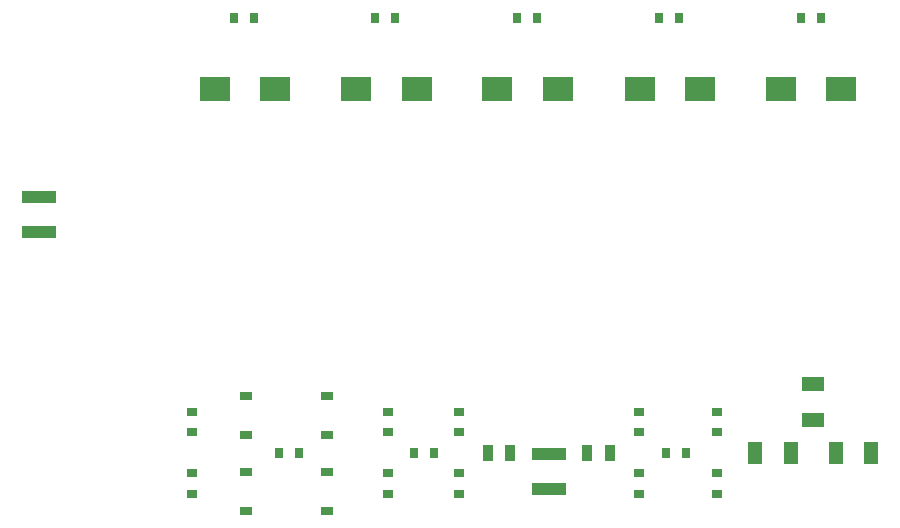
<source format=gbr>
G04 #@! TF.FileFunction,Paste,Top*
%FSLAX46Y46*%
G04 Gerber Fmt 4.6, Leading zero omitted, Abs format (unit mm)*
G04 Created by KiCad (PCBNEW 4.0.7) date 12/03/17 22:14:14*
%MOMM*%
%LPD*%
G01*
G04 APERTURE LIST*
%ADD10C,0.100000*%
%ADD11R,2.900000X1.100000*%
%ADD12R,0.900000X1.400000*%
%ADD13R,1.900000X1.200000*%
%ADD14R,1.200000X1.900000*%
%ADD15R,2.600000X2.100000*%
%ADD16R,0.900000X0.800000*%
%ADD17R,0.800000X0.900000*%
%ADD18R,1.100000X0.800000*%
G04 APERTURE END LIST*
D10*
D11*
X112600000Y-87100000D03*
X112600000Y-90100000D03*
D12*
X152550000Y-108800000D03*
X150650000Y-108800000D03*
X160950000Y-108800000D03*
X159050000Y-108800000D03*
D13*
X178200000Y-103000000D03*
X178200000Y-106000000D03*
D14*
X176300000Y-108800000D03*
X173300000Y-108800000D03*
D15*
X132600000Y-78000000D03*
X127500000Y-78000000D03*
X144600000Y-78000000D03*
X139500000Y-78000000D03*
X156550000Y-78000000D03*
X151450000Y-78000000D03*
X168600000Y-78000000D03*
X163500000Y-78000000D03*
D11*
X155800000Y-108900000D03*
X155800000Y-111900000D03*
D15*
X180550000Y-78000000D03*
X175450000Y-78000000D03*
D16*
X125600000Y-105350000D03*
X125600000Y-107050000D03*
X125600000Y-112250000D03*
X125600000Y-110550000D03*
D17*
X132950000Y-108800000D03*
X134650000Y-108800000D03*
D16*
X142200000Y-112250000D03*
X142200000Y-110550000D03*
D17*
X129150000Y-72000000D03*
X130850000Y-72000000D03*
D16*
X142200000Y-105350000D03*
X142200000Y-107050000D03*
D17*
X144350000Y-108800000D03*
X146050000Y-108800000D03*
X141100000Y-72000000D03*
X142800000Y-72000000D03*
D16*
X148200000Y-112250000D03*
X148200000Y-110550000D03*
X148200000Y-105350000D03*
X148200000Y-107050000D03*
D17*
X153100000Y-72000000D03*
X154800000Y-72000000D03*
X165100000Y-72000000D03*
X166800000Y-72000000D03*
X177150000Y-72000000D03*
X178850000Y-72000000D03*
D16*
X163400000Y-112250000D03*
X163400000Y-110550000D03*
X163400000Y-105350000D03*
X163400000Y-107050000D03*
D17*
X165750000Y-108800000D03*
X167450000Y-108800000D03*
D16*
X170000000Y-112250000D03*
X170000000Y-110550000D03*
X170000000Y-105350000D03*
X170000000Y-107050000D03*
D18*
X130200000Y-113700000D03*
X130200000Y-110400000D03*
X130200000Y-107250000D03*
X130200000Y-103950000D03*
X137000000Y-113700000D03*
X137000000Y-110400000D03*
X137000000Y-107250000D03*
X137000000Y-103950000D03*
D14*
X183100000Y-108800000D03*
X180100000Y-108800000D03*
M02*

</source>
